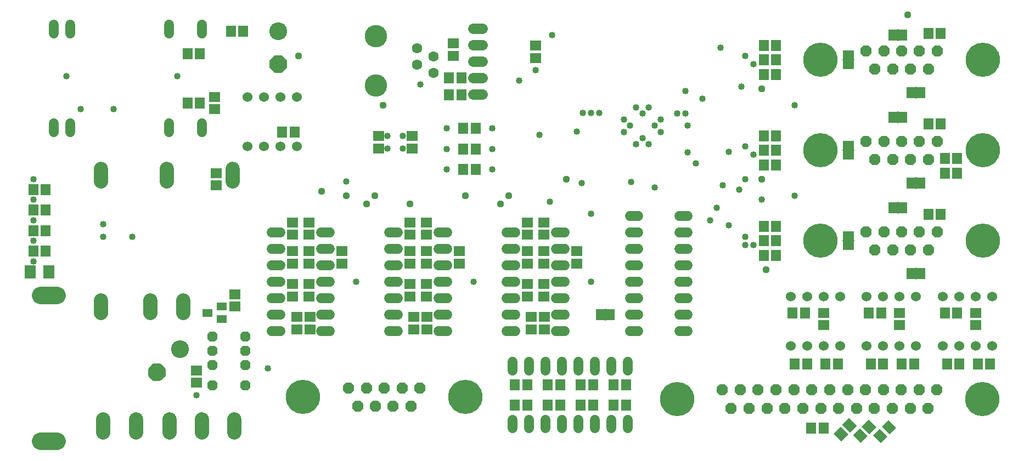
<source format=gbs>
G75*
%MOIN*%
%OFA0B0*%
%FSLAX25Y25*%
%IPPOS*%
%LPD*%
%AMOC8*
5,1,8,0,0,1.08239X$1,22.5*
%
%ADD10C,0.10800*%
%ADD11C,0.02160*%
%ADD12R,0.06706X0.05918*%
%ADD13C,0.08600*%
%ADD14R,0.07099X0.07898*%
%ADD15OC8,0.10800*%
%ADD16R,0.05918X0.06706*%
%ADD17C,0.06000*%
%ADD18C,0.06400*%
%ADD19OC8,0.06146*%
%ADD20R,0.06312X0.04737*%
%ADD21C,0.06000*%
%ADD22C,0.10800*%
%ADD23OC8,0.06800*%
%ADD24C,0.20800*%
%ADD25R,0.05400X0.07100*%
%ADD26R,0.00600X0.07200*%
%ADD27R,0.07100X0.05400*%
%ADD28R,0.07200X0.00600*%
%ADD29C,0.13600*%
%ADD30C,0.06300*%
%ADD31C,0.04000*%
%ADD32C,0.04400*%
D10*
X0265955Y0100955D03*
X0325500Y0294250D03*
D11*
X0248574Y0086104D02*
X0247494Y0085024D01*
X0247494Y0088602D01*
X0250024Y0091132D01*
X0253602Y0091132D01*
X0256132Y0088602D01*
X0256132Y0085024D01*
X0253602Y0082494D01*
X0250024Y0082494D01*
X0247494Y0085024D01*
X0249114Y0085695D01*
X0249114Y0087931D01*
X0250695Y0089512D01*
X0252931Y0089512D01*
X0254512Y0087931D01*
X0254512Y0085695D01*
X0252931Y0084114D01*
X0250695Y0084114D01*
X0249114Y0085695D01*
X0250734Y0086366D01*
X0250734Y0087260D01*
X0251366Y0087892D01*
X0252260Y0087892D01*
X0252892Y0087260D01*
X0252892Y0086366D01*
X0252260Y0085734D01*
X0251366Y0085734D01*
X0250734Y0086366D01*
D12*
X0276000Y0087990D03*
X0276000Y0080510D03*
X0336750Y0113010D03*
X0344750Y0113010D03*
X0344750Y0120490D03*
X0336750Y0120490D03*
X0334250Y0133010D03*
X0344250Y0133010D03*
X0344250Y0140490D03*
X0334250Y0140490D03*
X0334250Y0153010D03*
X0344250Y0153010D03*
X0344250Y0160490D03*
X0334250Y0160490D03*
X0334250Y0170510D03*
X0344250Y0170510D03*
X0344250Y0177990D03*
X0334250Y0177990D03*
X0364250Y0160490D03*
X0364250Y0153010D03*
X0405500Y0153010D03*
X0415500Y0153010D03*
X0415500Y0160490D03*
X0405500Y0160490D03*
X0405500Y0170510D03*
X0415500Y0170510D03*
X0415500Y0177990D03*
X0405500Y0177990D03*
X0435500Y0160490D03*
X0435500Y0153010D03*
X0415500Y0140490D03*
X0405500Y0140490D03*
X0405500Y0133010D03*
X0415500Y0133010D03*
X0416000Y0120490D03*
X0408000Y0120490D03*
X0408000Y0113010D03*
X0416000Y0113010D03*
X0479250Y0113010D03*
X0487250Y0113010D03*
X0487250Y0120490D03*
X0479250Y0120490D03*
X0476750Y0133010D03*
X0486750Y0133010D03*
X0486750Y0140490D03*
X0476750Y0140490D03*
X0476750Y0153010D03*
X0486750Y0153010D03*
X0486750Y0160490D03*
X0476750Y0160490D03*
X0476750Y0170510D03*
X0486750Y0170510D03*
X0486750Y0177990D03*
X0476750Y0177990D03*
X0506750Y0160490D03*
X0506750Y0153010D03*
X0656735Y0122990D03*
X0656735Y0115510D03*
X0702985Y0115510D03*
X0702985Y0122990D03*
X0749235Y0122990D03*
X0749235Y0115510D03*
X0406750Y0223010D03*
X0406750Y0230490D03*
X0386496Y0230521D03*
X0386496Y0223041D03*
X0288000Y0207990D03*
X0288000Y0200510D03*
X0286750Y0246760D03*
X0286750Y0254240D03*
X0431750Y0279260D03*
X0431750Y0286740D03*
X0481750Y0285490D03*
X0481750Y0278010D03*
X0299250Y0134240D03*
X0299250Y0126760D03*
D13*
X0268000Y0130650D02*
X0268000Y0122850D01*
X0248000Y0122850D02*
X0248000Y0130650D01*
X0218000Y0130650D02*
X0218000Y0122850D01*
X0219350Y0058150D02*
X0219350Y0050350D01*
X0239150Y0050350D02*
X0239150Y0058150D01*
X0259550Y0058150D02*
X0259550Y0050350D01*
X0279250Y0050350D02*
X0279250Y0058150D01*
X0298950Y0058150D02*
X0298950Y0050350D01*
X0298000Y0202850D02*
X0298000Y0210650D01*
X0258000Y0210650D02*
X0258000Y0202850D01*
X0218000Y0202850D02*
X0218000Y0210650D01*
D14*
X0186098Y0148000D03*
X0174902Y0148000D03*
D15*
X0325500Y0274250D03*
D16*
X0304240Y0294250D03*
X0296760Y0294250D03*
X0277990Y0280500D03*
X0270510Y0280500D03*
X0270510Y0250500D03*
X0277990Y0250500D03*
X0328010Y0233000D03*
X0335490Y0233000D03*
X0429260Y0255500D03*
X0436740Y0255500D03*
X0436740Y0265750D03*
X0429260Y0265750D03*
X0438010Y0235125D03*
X0445490Y0235125D03*
X0445490Y0222625D03*
X0438010Y0222625D03*
X0438010Y0210125D03*
X0445490Y0210125D03*
X0620495Y0213000D03*
X0627975Y0213000D03*
X0627975Y0221750D03*
X0620495Y0221750D03*
X0620495Y0230500D03*
X0627975Y0230500D03*
X0720510Y0238000D03*
X0727990Y0238000D03*
X0730495Y0216750D03*
X0737975Y0216750D03*
X0737975Y0208000D03*
X0730495Y0208000D03*
X0727990Y0183000D03*
X0720510Y0183000D03*
X0627975Y0175500D03*
X0620495Y0175500D03*
X0620495Y0166750D03*
X0627975Y0166750D03*
X0627975Y0158000D03*
X0620495Y0158000D03*
X0637995Y0123000D03*
X0645475Y0123000D03*
X0684245Y0123000D03*
X0691725Y0123000D03*
X0730495Y0123000D03*
X0737975Y0123000D03*
X0739225Y0091750D03*
X0731745Y0091750D03*
X0750495Y0091750D03*
X0757975Y0091750D03*
X0711725Y0091750D03*
X0704245Y0091750D03*
X0692975Y0091750D03*
X0685495Y0091750D03*
X0665475Y0091750D03*
X0657995Y0091750D03*
X0646725Y0091750D03*
X0639245Y0091750D03*
X0649245Y0053000D03*
X0656725Y0053000D03*
G36*
X0662860Y0049598D02*
X0667045Y0053783D01*
X0671786Y0049042D01*
X0667601Y0044857D01*
X0662860Y0049598D01*
G37*
G36*
X0668149Y0054887D02*
X0672334Y0059072D01*
X0677075Y0054331D01*
X0672890Y0050146D01*
X0668149Y0054887D01*
G37*
G36*
X0679917Y0053940D02*
X0684102Y0058125D01*
X0688843Y0053384D01*
X0684658Y0049199D01*
X0679917Y0053940D01*
G37*
G36*
X0674628Y0048651D02*
X0678813Y0052836D01*
X0683554Y0048095D01*
X0679369Y0043910D01*
X0674628Y0048651D01*
G37*
G36*
X0686761Y0048499D02*
X0690946Y0052684D01*
X0695687Y0047943D01*
X0691502Y0043758D01*
X0686761Y0048499D01*
G37*
G36*
X0692051Y0053789D02*
X0696236Y0057974D01*
X0700977Y0053233D01*
X0696792Y0049048D01*
X0692051Y0053789D01*
G37*
X0536755Y0066750D03*
X0529275Y0066750D03*
X0516725Y0066750D03*
X0509245Y0066750D03*
X0496755Y0066750D03*
X0489275Y0066750D03*
X0476725Y0066750D03*
X0469245Y0066750D03*
X0469275Y0079250D03*
X0476755Y0079250D03*
X0489245Y0079250D03*
X0496725Y0079250D03*
X0509275Y0079250D03*
X0516755Y0079250D03*
X0529245Y0079250D03*
X0536725Y0079250D03*
X0184240Y0160500D03*
X0176760Y0160500D03*
X0176760Y0173000D03*
X0184240Y0173000D03*
X0184240Y0185500D03*
X0176760Y0185500D03*
X0176760Y0198000D03*
X0184240Y0198000D03*
X0620495Y0268000D03*
X0627975Y0268000D03*
X0627975Y0276750D03*
X0620495Y0276750D03*
X0620495Y0285500D03*
X0627975Y0285500D03*
X0720510Y0293000D03*
X0727990Y0293000D03*
D17*
X0574350Y0181750D02*
X0569150Y0181750D01*
X0569150Y0171750D02*
X0574350Y0171750D01*
X0574350Y0161750D02*
X0569150Y0161750D01*
X0569150Y0151750D02*
X0574350Y0151750D01*
X0574350Y0141750D02*
X0569150Y0141750D01*
X0569150Y0131750D02*
X0574350Y0131750D01*
X0574350Y0121750D02*
X0569150Y0121750D01*
X0569150Y0111750D02*
X0574350Y0111750D01*
X0544350Y0111750D02*
X0539150Y0111750D01*
X0539150Y0121750D02*
X0544350Y0121750D01*
X0544350Y0131750D02*
X0539150Y0131750D01*
X0539150Y0141750D02*
X0544350Y0141750D01*
X0544350Y0151750D02*
X0539150Y0151750D01*
X0539150Y0161750D02*
X0544350Y0161750D01*
X0544350Y0171750D02*
X0539150Y0171750D01*
X0539150Y0181750D02*
X0544350Y0181750D01*
X0499468Y0171750D02*
X0494268Y0171750D01*
X0494268Y0161750D02*
X0499468Y0161750D01*
X0499468Y0151750D02*
X0494268Y0151750D01*
X0494268Y0141750D02*
X0499468Y0141750D01*
X0499468Y0131750D02*
X0494268Y0131750D01*
X0494268Y0121750D02*
X0499468Y0121750D01*
X0499468Y0111750D02*
X0494268Y0111750D01*
X0469468Y0111750D02*
X0464268Y0111750D01*
X0464268Y0121750D02*
X0469468Y0121750D01*
X0469468Y0131750D02*
X0464268Y0131750D01*
X0464268Y0141750D02*
X0469468Y0141750D01*
X0469468Y0151750D02*
X0464268Y0151750D01*
X0464268Y0161750D02*
X0469468Y0161750D01*
X0469468Y0171750D02*
X0464268Y0171750D01*
X0428100Y0171750D02*
X0422900Y0171750D01*
X0422900Y0161750D02*
X0428100Y0161750D01*
X0428100Y0151750D02*
X0422900Y0151750D01*
X0422900Y0141750D02*
X0428100Y0141750D01*
X0428100Y0131750D02*
X0422900Y0131750D01*
X0422900Y0121750D02*
X0428100Y0121750D01*
X0428100Y0111750D02*
X0422900Y0111750D01*
X0398100Y0111750D02*
X0392900Y0111750D01*
X0392900Y0121750D02*
X0398100Y0121750D01*
X0398100Y0131750D02*
X0392900Y0131750D01*
X0392900Y0141750D02*
X0398100Y0141750D01*
X0398100Y0151750D02*
X0392900Y0151750D01*
X0392900Y0161750D02*
X0398100Y0161750D01*
X0398100Y0171750D02*
X0392900Y0171750D01*
X0356850Y0171750D02*
X0351650Y0171750D01*
X0351650Y0161750D02*
X0356850Y0161750D01*
X0356850Y0151750D02*
X0351650Y0151750D01*
X0326850Y0151750D02*
X0321650Y0151750D01*
X0321650Y0141750D02*
X0326850Y0141750D01*
X0326850Y0131750D02*
X0321650Y0131750D01*
X0321650Y0121750D02*
X0326850Y0121750D01*
X0351650Y0121750D02*
X0356850Y0121750D01*
X0356850Y0111750D02*
X0351650Y0111750D01*
X0326850Y0111750D02*
X0321650Y0111750D01*
X0351650Y0131750D02*
X0356850Y0131750D01*
X0356850Y0141750D02*
X0351650Y0141750D01*
X0326850Y0161750D02*
X0321650Y0161750D01*
X0321650Y0171750D02*
X0326850Y0171750D01*
X0279250Y0232900D02*
X0279250Y0238100D01*
X0259250Y0238100D02*
X0259250Y0232900D01*
X0199250Y0232900D02*
X0199250Y0238100D01*
X0189250Y0238100D02*
X0189250Y0232900D01*
X0189250Y0292900D02*
X0189250Y0298100D01*
X0199250Y0298100D02*
X0199250Y0292900D01*
X0259250Y0292900D02*
X0259250Y0298100D01*
X0279250Y0298100D02*
X0279250Y0292900D01*
X0467985Y0093200D02*
X0467985Y0088000D01*
X0477985Y0088000D02*
X0477985Y0093200D01*
X0487985Y0093200D02*
X0487985Y0088000D01*
X0497985Y0088000D02*
X0497985Y0093200D01*
X0507985Y0093200D02*
X0507985Y0088000D01*
X0517985Y0088000D02*
X0517985Y0093200D01*
X0527985Y0093200D02*
X0527985Y0088000D01*
X0537985Y0088000D02*
X0537985Y0093200D01*
X0537985Y0058000D02*
X0537985Y0052800D01*
X0527985Y0052800D02*
X0527985Y0058000D01*
X0517985Y0058000D02*
X0517985Y0052800D01*
X0507985Y0052800D02*
X0507985Y0058000D01*
X0497985Y0058000D02*
X0497985Y0052800D01*
X0487985Y0052800D02*
X0487985Y0058000D01*
X0477985Y0058000D02*
X0477985Y0052800D01*
X0467985Y0052800D02*
X0467985Y0058000D01*
D18*
X0449550Y0255750D02*
X0443950Y0255750D01*
X0443950Y0265750D02*
X0449550Y0265750D01*
X0449550Y0275750D02*
X0443950Y0275750D01*
X0443950Y0285750D02*
X0449550Y0285750D01*
X0449550Y0295750D02*
X0443950Y0295750D01*
D19*
X0305500Y0108671D03*
X0285500Y0108671D03*
X0285500Y0100010D03*
X0285500Y0091348D03*
X0305500Y0091348D03*
X0305500Y0100010D03*
X0305500Y0078750D03*
X0285500Y0078750D03*
D20*
X0291081Y0119260D03*
X0282419Y0123000D03*
X0291081Y0126740D03*
D21*
X0306750Y0224250D03*
X0316750Y0224250D03*
X0326750Y0224250D03*
X0336750Y0224250D03*
X0336750Y0254250D03*
X0326750Y0254250D03*
X0316750Y0254250D03*
X0306750Y0254250D03*
X0636735Y0133000D03*
X0646735Y0133000D03*
X0656735Y0133000D03*
X0666735Y0133000D03*
X0682985Y0133000D03*
X0692985Y0133000D03*
X0702985Y0133000D03*
X0712985Y0133000D03*
X0729235Y0133000D03*
X0739235Y0133000D03*
X0749235Y0133000D03*
X0759235Y0133000D03*
X0759235Y0103000D03*
X0749235Y0103000D03*
X0739235Y0103000D03*
X0729235Y0103000D03*
X0712985Y0103000D03*
X0702985Y0103000D03*
X0692985Y0103000D03*
X0682985Y0103000D03*
X0666735Y0103000D03*
X0656735Y0103000D03*
X0646735Y0103000D03*
X0636735Y0103000D03*
D22*
X0191250Y0044950D02*
X0181250Y0044950D01*
X0181250Y0133550D02*
X0191250Y0133550D01*
D23*
X0368339Y0077350D03*
X0379139Y0077350D03*
X0389939Y0077350D03*
X0400739Y0077350D03*
X0411539Y0077350D03*
X0406139Y0066150D03*
X0395339Y0066150D03*
X0384539Y0066150D03*
X0373739Y0066150D03*
X0595285Y0076100D03*
X0606185Y0076100D03*
X0616985Y0076100D03*
X0627885Y0076100D03*
X0638785Y0076100D03*
X0649585Y0076100D03*
X0660485Y0076100D03*
X0671385Y0076100D03*
X0682185Y0076100D03*
X0693085Y0076100D03*
X0703985Y0076100D03*
X0714785Y0076100D03*
X0725685Y0076100D03*
X0720285Y0064900D03*
X0709385Y0064900D03*
X0698485Y0064900D03*
X0687685Y0064900D03*
X0676785Y0064900D03*
X0665885Y0064900D03*
X0655085Y0064900D03*
X0644185Y0064900D03*
X0633285Y0064900D03*
X0622485Y0064900D03*
X0611585Y0064900D03*
X0600685Y0064900D03*
X0688035Y0161150D03*
X0698835Y0161150D03*
X0709635Y0161150D03*
X0720435Y0161150D03*
X0715035Y0172350D03*
X0725835Y0172350D03*
X0704235Y0172350D03*
X0693435Y0172350D03*
X0682635Y0172350D03*
X0688035Y0216150D03*
X0698835Y0216150D03*
X0709635Y0216150D03*
X0720435Y0216150D03*
X0715035Y0227350D03*
X0725835Y0227350D03*
X0704235Y0227350D03*
X0693435Y0227350D03*
X0682635Y0227350D03*
X0688035Y0271150D03*
X0698835Y0271150D03*
X0709635Y0271150D03*
X0720435Y0271150D03*
X0715035Y0282350D03*
X0725835Y0282350D03*
X0704235Y0282350D03*
X0693435Y0282350D03*
X0682635Y0282350D03*
D24*
X0654935Y0276750D03*
X0753535Y0276750D03*
X0753535Y0221750D03*
X0654935Y0221750D03*
X0654935Y0166750D03*
X0753535Y0166750D03*
X0753085Y0070500D03*
X0567885Y0070500D03*
X0439239Y0071750D03*
X0340639Y0071750D03*
D25*
X0521250Y0121750D03*
X0527250Y0121750D03*
X0698735Y0186750D03*
X0704735Y0186750D03*
X0709985Y0201750D03*
X0715985Y0201750D03*
X0704735Y0241750D03*
X0698735Y0241750D03*
X0709985Y0256750D03*
X0715985Y0256750D03*
X0704735Y0291750D03*
X0698735Y0291750D03*
X0709985Y0146750D03*
X0715985Y0146750D03*
D26*
X0712985Y0146750D03*
X0701735Y0186750D03*
X0712985Y0201750D03*
X0701735Y0241750D03*
X0712985Y0256750D03*
X0701735Y0291750D03*
X0524250Y0121750D03*
D27*
X0671735Y0163750D03*
X0671735Y0169750D03*
X0671735Y0218750D03*
X0671735Y0224750D03*
X0671735Y0273750D03*
X0671735Y0279750D03*
D28*
X0671735Y0276750D03*
X0671735Y0221750D03*
X0671735Y0166750D03*
D29*
X0384750Y0261250D03*
X0384750Y0291250D03*
D30*
X0409750Y0283750D03*
X0419750Y0278750D03*
X0409750Y0273750D03*
X0419750Y0268750D03*
D31*
X0411750Y0261750D03*
X0471750Y0264250D03*
X0481750Y0270500D03*
X0491750Y0291750D03*
X0573000Y0258000D03*
X0583089Y0253250D03*
X0573000Y0244250D03*
X0568000Y0244350D03*
X0558000Y0240500D03*
X0554250Y0236750D03*
X0558000Y0233000D03*
X0574250Y0236950D03*
X0550500Y0248000D03*
X0546750Y0244250D03*
X0543000Y0248000D03*
X0535500Y0240500D03*
X0539250Y0236750D03*
X0535500Y0233000D03*
X0546750Y0229250D03*
X0543000Y0225500D03*
X0550500Y0225500D03*
X0574250Y0220500D03*
X0579250Y0213800D03*
X0599250Y0221000D03*
X0609235Y0224250D03*
X0614235Y0219250D03*
X0609235Y0204250D03*
X0605500Y0198000D03*
X0595500Y0200500D03*
X0591750Y0186750D03*
X0588000Y0179250D03*
X0599250Y0176136D03*
X0609235Y0169250D03*
X0609235Y0164250D03*
X0614235Y0164250D03*
X0619235Y0191750D03*
X0639235Y0194250D03*
X0554250Y0199250D03*
X0539750Y0202500D03*
X0509750Y0201750D03*
X0490500Y0190500D03*
X0515490Y0183050D03*
X0455500Y0210125D03*
X0455500Y0222625D03*
X0455500Y0235125D03*
X0428000Y0235125D03*
X0401281Y0230492D03*
X0391953Y0230514D03*
X0391953Y0223040D03*
X0401281Y0223040D03*
X0428000Y0222625D03*
X0428000Y0210125D03*
X0484250Y0231375D03*
X0506750Y0233266D03*
X0510500Y0244624D03*
X0515500Y0244624D03*
X0520500Y0244624D03*
X0606750Y0260500D03*
X0639235Y0249250D03*
X0614250Y0274250D03*
X0609250Y0279250D03*
X0594250Y0284250D03*
X0366750Y0203000D03*
X0236750Y0169250D03*
X0219250Y0169250D03*
X0219250Y0176750D03*
X0176750Y0179250D03*
X0176750Y0166750D03*
X0176750Y0154250D03*
X0176750Y0191750D03*
X0176750Y0204250D03*
X0205500Y0246750D03*
X0225500Y0246750D03*
X0196750Y0266750D03*
X0264250Y0266750D03*
X0373000Y0141750D03*
X0444250Y0141750D03*
X0515490Y0141740D03*
X0319250Y0089250D03*
X0276000Y0073000D03*
D32*
X0379250Y0189250D03*
X0384250Y0194250D03*
X0366750Y0194250D03*
X0351750Y0196750D03*
X0405500Y0189250D03*
X0439250Y0194250D03*
X0460500Y0189250D03*
X0465500Y0194250D03*
X0500500Y0204250D03*
X0619235Y0204250D03*
X0619250Y0259250D03*
X0708000Y0304250D03*
X0389250Y0249250D03*
X0338000Y0279250D03*
X0621735Y0149250D03*
M02*

</source>
